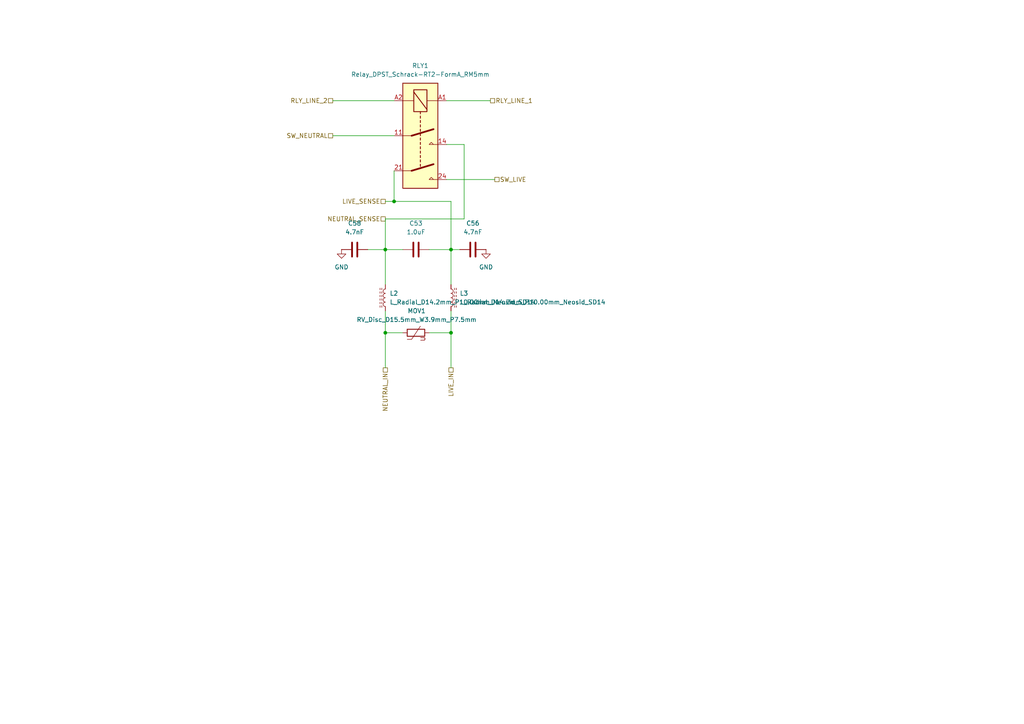
<source format=kicad_sch>
(kicad_sch (version 20250114) (generator "eeschema") (generator_version "9.0")
  (paper "A4")
  (lib_symbols
    (symbol "Device:C" (pin_numbers (hide yes)) (pin_names (offset 0.254))
      (property "Reference" "C" (at 0.635 2.54 0))
      (property "Value" "C" (at 0.635 -2.54 0))
      (symbol "C_0_1"
        (polyline (pts (xy -2.032 0.762) (xy 2.032 0.762)) (stroke (width 0.508)))
        (polyline (pts (xy -2.032 -0.762) (xy 2.032 -0.762)) (stroke (width 0.508)))
      )
      (symbol "C_1_1"
        (pin passive line (at 0 3.81 270) (length 2.794) (name "~") (number "1"))
        (pin passive line (at 0 -3.81 90) (length 2.794) (name "~") (number "2"))
      )
    )
    (symbol "Device:L_Ferrite" (pin_numbers (hide yes)) (pin_names (offset 1.016) (hide yes))
      (property "Reference" "L" (at -1.27 0 90))
      (property "Value" "L_Ferrite" (at 2.794 0 90))
      (symbol "L_Ferrite_0_1"
        (arc (start 0 2.54) (mid 0.6323 1.905) (end 0 1.27))
        (arc (start 0 1.27) (mid 0.6323 0.635) (end 0 0))
        (arc (start 0 0) (mid 0.6323 -0.635) (end 0 -1.27))
        (arc (start 0 -1.27) (mid 0.6323 -1.905) (end 0 -2.54))
        (polyline (pts (xy 1.016 2.286) (xy 1.016 2.794)))
        (polyline (pts (xy 1.016 1.27) (xy 1.016 1.778)))
        (polyline (pts (xy 1.016 0.254) (xy 1.016 0.762)))
        (polyline (pts (xy 1.016 -0.762) (xy 1.016 -0.254)))
        (polyline (pts (xy 1.016 -1.778) (xy 1.016 -1.27)))
        (polyline (pts (xy 1.016 -2.794) (xy 1.016 -2.286)))
        (polyline (pts (xy 1.524 2.794) (xy 1.524 2.286)))
        (polyline (pts (xy 1.524 1.778) (xy 1.524 1.27)))
        (polyline (pts (xy 1.524 0.762) (xy 1.524 0.254)))
        (polyline (pts (xy 1.524 -0.254) (xy 1.524 -0.762)))
        (polyline (pts (xy 1.524 -1.27) (xy 1.524 -1.778)))
        (polyline (pts (xy 1.524 -2.286) (xy 1.524 -2.794)))
      )
      (symbol "L_Ferrite_1_1"
        (pin passive line (at 0 3.81 270) (length 1.27) (name "1") (number "1"))
        (pin passive line (at 0 -3.81 90) (length 1.27) (name "2") (number "2"))
      )
    )
    (symbol "Device:Varistor" (pin_numbers (hide yes)) (pin_names (offset 0))
      (property "Reference" "RV" (at 3.175 0 90))
      (property "Value" "Varistor" (at -3.175 0 90))
      (symbol "Varistor_0_0"
        (text "U" (at -1.778 -2.032 0) (effects (font (size 1.27 1.27))))
      )
      (symbol "Varistor_0_1"
        (polyline (pts (xy -1.905 2.54) (xy -1.905 1.27) (xy 1.905 -1.27)))
        (rectangle (start -1.016 -2.54) (end 1.016 2.54) (stroke (width 0.254)))
      )
      (symbol "Varistor_1_1"
        (pin passive line (at 0 3.81 270) (length 1.27) (name "~") (number "1"))
        (pin passive line (at 0 -3.81 90) (length 1.27) (name "~") (number "2"))
      )
    )
    (symbol "Relay:RT44xxxx"
      (property "Reference" "K" (at 16.51 3.81 0))
      (property "Value" "RT44xxxx" (at 16.51 1.27 0))
      (symbol "RT44xxxx_0_1"
        (rectangle (start -15.24 5.08) (end 15.24 -5.08) (stroke (width 0.254)) (fill (type background)))
        (rectangle (start -13.335 1.905) (end -6.985 -1.905) (stroke (width 0.254)))
        (polyline (pts (xy -12.7 -1.905) (xy -7.62 1.905)) (stroke (width 0.254)))
        (polyline (pts (xy -10.16 5.08) (xy -10.16 1.905)))
        (polyline (pts (xy -10.16 -5.08) (xy -10.16 -1.905)))
        (polyline (pts (xy -6.985 0) (xy -6.35 0)) (stroke (width 0.254)))
        (polyline (pts (xy -5.715 0) (xy -5.08 0)) (stroke (width 0.254)))
        (polyline (pts (xy -4.445 0) (xy -3.81 0)) (stroke (width 0.254)))
        (polyline (pts (xy -3.175 0) (xy -2.54 0)) (stroke (width 0.254)))
        (polyline (pts (xy -1.905 0) (xy -1.27 0)) (stroke (width 0.254)))
        (polyline (pts (xy -0.635 0) (xy 0 0)) (stroke (width 0.254)))
        (polyline (pts (xy 0 -2.54) (xy -1.905 3.81)) (stroke (width 0.508)))
        (polyline (pts (xy 0 -2.54) (xy 0 -5.08)))
        (polyline (pts (xy 0.635 0) (xy 1.27 0)) (stroke (width 0.254)))
        (polyline (pts (xy 1.905 0) (xy 2.54 0)) (stroke (width 0.254)))
        (polyline (pts (xy 2.54 5.08) (xy 2.54 2.54) (xy 1.905 3.175) (xy 2.54 3.81)))
        (polyline (pts (xy 3.175 0) (xy 3.81 0)) (stroke (width 0.254)))
        (polyline (pts (xy 4.445 0) (xy 5.08 0)) (stroke (width 0.254)))
        (polyline (pts (xy 5.715 0) (xy 6.35 0)) (stroke (width 0.254)))
        (polyline (pts (xy 6.985 0) (xy 7.62 0)) (stroke (width 0.254)))
        (polyline (pts (xy 8.255 0) (xy 8.89 0)) (stroke (width 0.254)))
        (polyline (pts (xy 10.16 -2.54) (xy 8.255 3.81)) (stroke (width 0.508)))
        (polyline (pts (xy 10.16 -2.54) (xy 10.16 -5.08)))
        (polyline (pts (xy 12.7 5.08) (xy 12.7 2.54) (xy 12.065 3.175) (xy 12.7 3.81)))
      )
      (symbol "RT44xxxx_1_1"
        (pin passive line (at -10.16 7.62 270) (length 2.54) (name "~") (number "A1"))
        (pin passive line (at -10.16 -7.62 90) (length 2.54) (name "~") (number "A2"))
        (pin passive line (at 0 -7.62 90) (length 2.54) (name "~") (number "11"))
        (pin passive line (at 2.54 7.62 270) (length 2.54) (name "~") (number "14"))
        (pin passive line (at 10.16 -7.62 90) (length 2.54) (name "~") (number "21"))
        (pin passive line (at 12.7 7.62 270) (length 2.54) (name "~") (number "24"))
      )
    )
    (symbol "power:GND" (power) (pin_numbers (hide yes)) (pin_names (offset 0) (hide yes))
      (property "Value" "GND" (at 0 -3.81 0))
      (symbol "GND_0_1"
        (polyline (pts (xy 0 0) (xy 0 -1.27) (xy 1.27 -1.27) (xy 0 -2.54) (xy -1.27 -1.27) (xy 0 -1.27)))
      )
      (symbol "GND_1_1"
        (pin power_in line (at 0 0 270) (length 0) (name "~") (number "1"))
      )
    )
  )
  (junction (at 111.76 96.52))
  (junction (at 130.81 96.52))
  (junction (at 111.76 72.39))
  (junction (at 114.3 58.42))
  (junction (at 130.81 72.39))
  (wire (pts (xy 111.76 72.39) (xy 116.84 72.39)))
  (wire (pts (xy 130.81 72.39) (xy 130.81 82.55)))
  (wire (pts (xy 111.76 63.5) (xy 134.62 63.5)))
  (wire (pts (xy 130.81 90.17) (xy 130.81 96.52)))
  (wire (pts (xy 111.76 90.17) (xy 111.76 96.52)))
  (wire (pts (xy 96.52 29.21) (xy 114.3 29.21)))
  (wire (pts (xy 111.76 63.5) (xy 111.76 72.39)))
  (wire (pts (xy 130.81 58.42) (xy 130.81 72.39)))
  (wire (pts (xy 111.76 58.42) (xy 114.3 58.42)))
  (wire (pts (xy 130.81 72.39) (xy 133.35 72.39)))
  (wire (pts (xy 111.76 72.39) (xy 111.76 82.55)))
  (wire (pts (xy 111.76 96.52) (xy 116.84 96.52)))
  (wire (pts (xy 129.54 52.07) (xy 143.51 52.07)))
  (wire (pts (xy 111.76 96.52) (xy 111.76 106.68)))
  (wire (pts (xy 134.62 41.91) (xy 129.54 41.91)))
  (wire (pts (xy 114.3 58.42) (xy 114.3 49.53)))
  (wire (pts (xy 96.52 39.37) (xy 114.3 39.37)))
  (wire (pts (xy 124.46 72.39) (xy 130.81 72.39)))
  (wire (pts (xy 130.81 96.52) (xy 130.81 106.68)))
  (wire (pts (xy 106.68 72.39) (xy 111.76 72.39)))
  (wire (pts (xy 114.3 58.42) (xy 130.81 58.42)))
  (wire (pts (xy 134.62 41.91) (xy 134.62 63.5)))
  (wire (pts (xy 129.54 29.21) (xy 142.24 29.21)))
  (wire (pts (xy 130.81 96.52) (xy 124.46 96.52)))
  (hierarchical_label "NEUTRAL_IN" (shape passive) (at 111.76 106.68 270))
  (hierarchical_label "RLY_LINE_2" (shape passive) (at 96.52 29.21 180))
  (hierarchical_label "SW_NEUTRAL" (shape passive) (at 96.52 39.37 180))
  (hierarchical_label "SW_LIVE" (shape passive) (at 143.51 52.07 0))
  (hierarchical_label "LIVE_IN" (shape passive) (at 130.81 106.68 270))
  (hierarchical_label "NEUTRAL_SENSE" (shape passive) (at 111.76 63.5 180))
  (hierarchical_label "RLY_LINE_1" (shape passive) (at 142.24 29.21 0))
  (hierarchical_label "LIVE_SENSE" (shape passive) (at 111.76 58.42 180))
  (symbol (lib_id "power:GND") (at 140.97 72.39 0) (unit 1)
    (property "Reference" "#PWR07" (effects (hide yes)))
    (property "Value" "GND" (at 140.97 77.47 0))
    (property "Description" "Power symbol creates a global label with name \"GND\" , ground" (effects (hide yes)))
  )
  (symbol (lib_id "Device:C") (at 102.87 72.39 90) (unit 1)
    (property "Reference" "C58" (at 102.87 64.77 90))
    (property "Value" "4.7nF" (at 102.87 67.31 90))
    (property "Footprint" "Capacitor_THT:C_Disc_D10.0mm_W2.5mm_P5.00mm" (effects (hide yes)))
  )
  (symbol (lib_id "power:GND") (at 99.06 72.39 0) (unit 1)
    (property "Reference" "#PWR03" (effects (hide yes)))
    (property "Value" "GND" (at 99.06 77.47 0))
    (property "Description" "Power symbol creates a global label with name \"GND\" , ground" (effects (hide yes)))
  )
  (symbol (lib_id "Device:C") (at 137.16 72.39 90) (unit 1)
    (property "Reference" "C56" (at 137.16 64.77 90))
    (property "Value" "4.7nF" (at 137.16 67.31 90))
    (property "Footprint" "Capacitor_THT:C_Disc_D10.0mm_W2.5mm_P5.00mm" (effects (hide yes)))
  )
  (symbol (lib_id "Device:L_Ferrite") (at 130.81 86.36 0) (unit 1)
    (property "Reference" "L3" (at 133.35 85.0899 0) (effects (justify left)))
    (property "Value" "L_Radial_D14.2mm_P10.00mm_Neosid_SD14" (at 133.35 87.6299 0) (effects (justify left)))
    (property "Footprint" "Inductor_THT:L_Radial_D14.2mm_P10.00mm_Neosid_SD14" (effects (hide yes)))
  )
  (symbol (lib_id "Device:Varistor") (at 120.65 96.52 90) (unit 1)
    (property "Reference" "MOV1" (at 120.8433 90.17 90))
    (property "Value" "RV_Disc_D15.5mm_W3.9mm_P7.5mm" (at 120.8433 92.71 90))
    (property "Footprint" "Varistor:RV_Disc_D15.5mm_W3.9mm_P7.5mm" (effects (hide yes)))
  )
  (symbol (lib_id "Device:L_Ferrite") (at 111.76 86.36 180) (unit 1)
    (property "Reference" "L2" (at 113.03 85.0899 0) (effects (justify right)))
    (property "Value" "L_Radial_D14.2mm_P10.00mm_Neosid_SD14" (at 113.03 87.6299 0) (effects (justify right)))
    (property "Footprint" "Inductor_THT:L_Radial_D14.2mm_P10.00mm_Neosid_SD14" (effects (hide yes)))
  )
  (symbol (lib_id "Relay:RT44xxxx") (at 121.92 39.37 270) (unit 1)
    (property "Reference" "RLY1" (at 121.92 19.05 90))
    (property "Value" "Relay_DPST_Schrack-RT2-FormA_RM5mm" (at 121.92 21.59 90))
    (property "Footprint" "Relay_THT:Relay_DPST_Schrack-RT2-FormA_RM5mm" (effects (hide yes)))
  )
  (symbol (lib_id "Device:C") (at 120.65 72.39 270) (unit 1)
    (property "Reference" "C53" (at 120.65 64.77 90))
    (property "Value" "1.0uF" (at 120.65 67.31 90))
    (property "Footprint" "apc-custom:C_Rect_L31.5mm_W13.0mm_P27.50mm_MKS4_Doublesided" (effects (hide yes)))
  )
)
</source>
